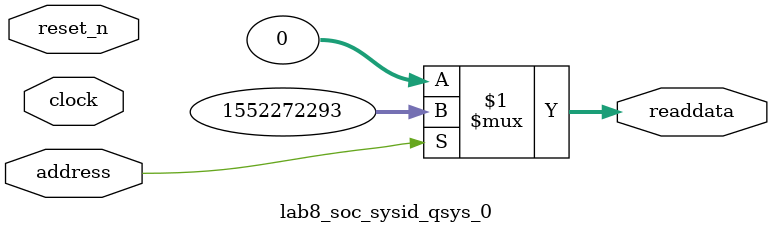
<source format=v>



// synthesis translate_off
`timescale 1ns / 1ps
// synthesis translate_on

// turn off superfluous verilog processor warnings 
// altera message_level Level1 
// altera message_off 10034 10035 10036 10037 10230 10240 10030 

module lab8_soc_sysid_qsys_0 (
               // inputs:
                address,
                clock,
                reset_n,

               // outputs:
                readdata
             )
;

  output  [ 31: 0] readdata;
  input            address;
  input            clock;
  input            reset_n;

  wire    [ 31: 0] readdata;
  //control_slave, which is an e_avalon_slave
  assign readdata = address ? 1552272293 : 0;

endmodule



</source>
